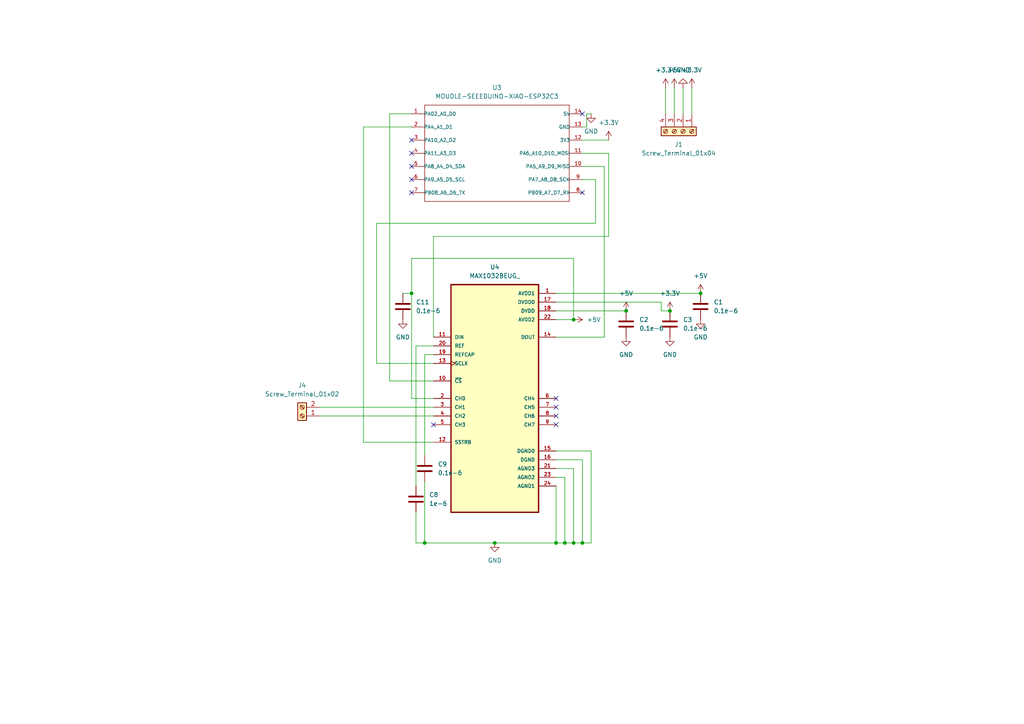
<source format=kicad_sch>
(kicad_sch (version 20250114) (generator "eeschema") (generator_version "9.0")
  (paper "A4")
  (lib_symbols
    (symbol "Connector:Screw_Terminal_01x02" (pin_names (offset 1.016) (hide yes))
      (property "Reference" "J" (at 0 2.54 0))
      (property "Value" "Screw_Terminal_01x02" (at 0 -5.08 0))
      (symbol "Screw_Terminal_01x02_1_1"
        (rectangle (start -1.27 1.27) (end 1.27 -3.81) (stroke (width 0.254)) (fill (type background)))
        (polyline (pts (xy -0.5334 0.3302) (xy 0.3302 -0.508)) (stroke (width 0.1524)))
        (polyline (pts (xy -0.5334 -2.2098) (xy 0.3302 -3.048)) (stroke (width 0.1524)))
        (polyline (pts (xy -0.3556 0.508) (xy 0.508 -0.3302)) (stroke (width 0.1524)))
        (polyline (pts (xy -0.3556 -2.032) (xy 0.508 -2.8702)) (stroke (width 0.1524)))
        (circle (center 0 0) (radius 0.635) (stroke (width 0.1524)))
        (circle (center 0 -2.54) (radius 0.635) (stroke (width 0.1524)))
        (pin passive line (at -5.08 0 0) (length 3.81) (name "Pin_1") (number "1"))
        (pin passive line (at -5.08 -2.54 0) (length 3.81) (name "Pin_2") (number "2"))
      )
    )
    (symbol "Connector:Screw_Terminal_01x04" (pin_names (offset 1.016) (hide yes))
      (property "Reference" "J" (at 0 5.08 0))
      (property "Value" "Screw_Terminal_01x04" (at 0 -7.62 0))
      (symbol "Screw_Terminal_01x04_1_1"
        (rectangle (start -1.27 3.81) (end 1.27 -6.35) (stroke (width 0.254)) (fill (type background)))
        (polyline (pts (xy -0.5334 2.8702) (xy 0.3302 2.032)) (stroke (width 0.1524)))
        (polyline (pts (xy -0.5334 0.3302) (xy 0.3302 -0.508)) (stroke (width 0.1524)))
        (polyline (pts (xy -0.5334 -2.2098) (xy 0.3302 -3.048)) (stroke (width 0.1524)))
        (polyline (pts (xy -0.5334 -4.7498) (xy 0.3302 -5.588)) (stroke (width 0.1524)))
        (polyline (pts (xy -0.3556 3.048) (xy 0.508 2.2098)) (stroke (width 0.1524)))
        (polyline (pts (xy -0.3556 0.508) (xy 0.508 -0.3302)) (stroke (width 0.1524)))
        (polyline (pts (xy -0.3556 -2.032) (xy 0.508 -2.8702)) (stroke (width 0.1524)))
        (polyline (pts (xy -0.3556 -4.572) (xy 0.508 -5.4102)) (stroke (width 0.1524)))
        (circle (center 0 2.54) (radius 0.635) (stroke (width 0.1524)))
        (circle (center 0 0) (radius 0.635) (stroke (width 0.1524)))
        (circle (center 0 -2.54) (radius 0.635) (stroke (width 0.1524)))
        (circle (center 0 -5.08) (radius 0.635) (stroke (width 0.1524)))
        (pin passive line (at -5.08 2.54 0) (length 3.81) (name "Pin_1") (number "1"))
        (pin passive line (at -5.08 0 0) (length 3.81) (name "Pin_2") (number "2"))
        (pin passive line (at -5.08 -2.54 0) (length 3.81) (name "Pin_3") (number "3"))
        (pin passive line (at -5.08 -5.08 0) (length 3.81) (name "Pin_4") (number "4"))
      )
    )
    (symbol "Device:C" (pin_numbers (hide yes)) (pin_names (offset 0.254))
      (property "Reference" "C" (at 0.635 2.54 0))
      (property "Value" "C" (at 0.635 -2.54 0))
      (symbol "C_0_1"
        (polyline (pts (xy -2.032 0.762) (xy 2.032 0.762)) (stroke (width 0.508)))
        (polyline (pts (xy -2.032 -0.762) (xy 2.032 -0.762)) (stroke (width 0.508)))
      )
      (symbol "C_1_1"
        (pin passive line (at 0 3.81 270) (length 2.794) (name "~") (number "1"))
        (pin passive line (at 0 -3.81 90) (length 2.794) (name "~") (number "2"))
      )
    )
    (symbol "GND_1" (power) (pin_numbers (hide yes)) (pin_names (offset 0) (hide yes))
      (property "Value" "GND" (at 0 -3.81 0))
      (symbol "GND_1_0_1"
        (polyline (pts (xy 0 0) (xy 0 -1.27) (xy 1.27 -1.27) (xy 0 -2.54) (xy -1.27 -1.27) (xy 0 -1.27)))
      )
      (symbol "GND_1_1_1"
        (pin power_in line (at 0 0 270) (length 0) (name "~") (number "1"))
      )
    )
    (symbol "GND_2" (power) (pin_numbers (hide yes)) (pin_names (offset 0) (hide yes))
      (property "Value" "GND" (at 0 -3.81 0))
      (symbol "GND_2_0_1"
        (polyline (pts (xy 0 0) (xy 0 -1.27) (xy 1.27 -1.27) (xy 0 -2.54) (xy -1.27 -1.27) (xy 0 -1.27)))
      )
      (symbol "GND_2_1_1"
        (pin power_in line (at 0 0 270) (length 0) (name "~") (number "1"))
      )
    )
    (symbol "MAX1032:MAX1032BEUG_" (pin_names (offset 1.016))
      (property "Reference" "U" (at -12.7 34.02 0))
      (property "Value" "MAX1032BEUG_" (at -12.7 -37.02 0))
      (symbol "MAX1032BEUG__0_0"
        (rectangle (start -12.7 -33.02) (end 12.7 33.02) (stroke (width 0.41)) (fill (type background)))
        (pin input line (at -17.78 17.78 0) (length 5.08) (name "DIN") (number "11"))
        (pin input line (at -17.78 15.24 0) (length 5.08) (name "REF") (number "20"))
        (pin input line (at -17.78 12.7 0) (length 5.08) (name "REFCAP") (number "19"))
        (pin input clock (at -17.78 10.16 0) (length 5.08) (name "SCLK") (number "13"))
        (pin bidirectional line (at -17.78 5.08 0) (length 5.08) (name "~{CS}") (number "10"))
        (pin bidirectional line (at -17.78 0 0) (length 5.08) (name "CH0") (number "2"))
        (pin bidirectional line (at -17.78 -2.54 0) (length 5.08) (name "CH1") (number "3"))
        (pin bidirectional line (at -17.78 -5.08 0) (length 5.08) (name "CH2") (number "4"))
        (pin bidirectional line (at -17.78 -7.62 0) (length 5.08) (name "CH3") (number "5"))
        (pin bidirectional line (at -17.78 -12.7 0) (length 5.08) (name "SSTRB") (number "12"))
        (pin power_in line (at 17.78 30.48 180) (length 5.08) (name "AVDD1") (number "1"))
        (pin power_in line (at 17.78 27.94 180) (length 5.08) (name "DVDD0") (number "17"))
        (pin power_in line (at 17.78 25.4 180) (length 5.08) (name "DVDD") (number "18"))
        (pin power_in line (at 17.78 22.86 180) (length 5.08) (name "AVDD2") (number "22"))
        (pin output line (at 17.78 17.78 180) (length 5.08) (name "DOUT") (number "14"))
        (pin bidirectional line (at 17.78 0 180) (length 5.08) (name "CH4") (number "6"))
        (pin bidirectional line (at 17.78 -2.54 180) (length 5.08) (name "CH5") (number "7"))
        (pin bidirectional line (at 17.78 -5.08 180) (length 5.08) (name "CH6") (number "8"))
        (pin bidirectional line (at 17.78 -7.62 180) (length 5.08) (name "CH7") (number "9"))
        (pin power_in line (at 17.78 -15.24 180) (length 5.08) (name "DGND0") (number "15"))
        (pin power_in line (at 17.78 -17.78 180) (length 5.08) (name "DGND") (number "16"))
        (pin power_in line (at 17.78 -20.32 180) (length 5.08) (name "AGND3") (number "21"))
        (pin power_in line (at 17.78 -22.86 180) (length 5.08) (name "AGND2") (number "23"))
        (pin power_in line (at 17.78 -25.4 180) (length 5.08) (name "AGND1") (number "24"))
      )
    )
    (symbol "XIAO-ESP32C3:MOUDLE-SEEEDUINO-XIAO-ESP32C3" (pin_names (offset 1.016))
      (property "Reference" "U" (at -21.59 15.24 0))
      (property "Value" "MOUDLE-SEEEDUINO-XIAO-ESP32C3" (at -21.59 13.97 0))
      (symbol "MOUDLE-SEEEDUINO-XIAO-ESP32C3_0_0"
        (polyline (pts (xy -21.59 13.97) (xy 20.32 13.97)) (stroke (width 0.1524)))
        (polyline (pts (xy -21.59 11.43) (xy -22.86 11.43)) (stroke (width 0.1524)))
        (polyline (pts (xy -21.59 11.43) (xy -21.59 13.97)) (stroke (width 0.1524)))
        (polyline (pts (xy -21.59 7.62) (xy -22.86 7.62)) (stroke (width 0.1524)))
        (polyline (pts (xy -21.59 7.62) (xy -21.59 11.43)) (stroke (width 0.1524)))
        (polyline (pts (xy -21.59 3.81) (xy -22.86 3.81)) (stroke (width 0.1524)))
        (polyline (pts (xy -21.59 3.81) (xy -21.59 7.62)) (stroke (width 0.1524)))
        (polyline (pts (xy -21.59 0) (xy -22.86 0)) (stroke (width 0.1524)))
        (polyline (pts (xy -21.59 0) (xy -21.59 3.81)) (stroke (width 0.1524)))
        (polyline (pts (xy -21.59 -3.81) (xy -22.86 -3.81)) (stroke (width 0.1524)))
        (polyline (pts (xy -21.59 -7.62) (xy -22.86 -7.62)) (stroke (width 0.1524)))
        (polyline (pts (xy -21.59 -11.43) (xy -22.86 -11.43)) (stroke (width 0.1524)))
        (polyline (pts (xy -21.59 -13.97) (xy -21.59 0)) (stroke (width 0.1524)))
        (polyline (pts (xy 20.32 13.97) (xy 20.32 11.43)) (stroke (width 0.1524)))
        (polyline (pts (xy 20.32 11.43) (xy 20.32 7.62)) (stroke (width 0.1524)))
        (polyline (pts (xy 20.32 7.62) (xy 20.32 3.81)) (stroke (width 0.1524)))
        (polyline (pts (xy 20.32 3.81) (xy 20.32 -13.97)) (stroke (width 0.1524)))
        (polyline (pts (xy 20.32 -13.97) (xy -21.59 -13.97)) (stroke (width 0.1524)))
        (polyline (pts (xy 21.59 11.43) (xy 20.32 11.43)) (stroke (width 0.1524)))
        (polyline (pts (xy 21.59 7.62) (xy 20.32 7.62)) (stroke (width 0.1524)))
        (polyline (pts (xy 21.59 3.81) (xy 20.32 3.81)) (stroke (width 0.1524)))
        (polyline (pts (xy 21.59 0) (xy 20.32 0)) (stroke (width 0.1524)))
        (polyline (pts (xy 21.59 -3.81) (xy 20.32 -3.81)) (stroke (width 0.1524)))
        (polyline (pts (xy 21.59 -7.62) (xy 20.32 -7.62)) (stroke (width 0.1524)))
        (polyline (pts (xy 21.59 -11.43) (xy 20.32 -11.43)) (stroke (width 0.1524)))
        (pin bidirectional line (at -25.4 11.43 0) (length 2.54) (name "PA02_A0_D0") (number "1"))
        (pin bidirectional line (at -25.4 7.62 0) (length 2.54) (name "PA4_A1_D1") (number "2"))
        (pin bidirectional line (at -25.4 3.81 0) (length 2.54) (name "PA10_A2_D2") (number "3"))
        (pin bidirectional line (at -25.4 0 0) (length 2.54) (name "PA11_A3_D3") (number "4"))
        (pin bidirectional line (at -25.4 -3.81 0) (length 2.54) (name "PA8_A4_D4_SDA") (number "5"))
        (pin bidirectional line (at -25.4 -7.62 0) (length 2.54) (name "PA9_A5_D5_SCL") (number "6"))
        (pin bidirectional line (at -25.4 -11.43 0) (length 2.54) (name "PB08_A6_D6_TX") (number "7"))
        (pin bidirectional line (at 24.13 11.43 180) (length 2.54) (name "5V") (number "14"))
        (pin bidirectional line (at 24.13 7.62 180) (length 2.54) (name "GND") (number "13"))
        (pin bidirectional line (at 24.13 3.81 180) (length 2.54) (name "3V3") (number "12"))
        (pin bidirectional line (at 24.13 0 180) (length 2.54) (name "PA6_A10_D10_MOSI") (number "11"))
        (pin bidirectional line (at 24.13 -3.81 180) (length 2.54) (name "PA5_A9_D9_MISO") (number "10"))
        (pin bidirectional line (at 24.13 -7.62 180) (length 2.54) (name "PA7_A8_D8_SCK") (number "9"))
        (pin bidirectional line (at 24.13 -11.43 180) (length 2.54) (name "PB09_A7_D7_RX") (number "8"))
      )
    )
    (symbol "power:+3.3V" (power) (pin_numbers (hide yes)) (pin_names (offset 0) (hide yes))
      (property "Value" "+3.3V" (at 0 3.556 0))
      (symbol "+3.3V_0_1"
        (polyline (pts (xy -0.762 1.27) (xy 0 2.54)))
        (polyline (pts (xy 0 2.54) (xy 0.762 1.27)))
        (polyline (pts (xy 0 0) (xy 0 2.54)))
      )
      (symbol "+3.3V_1_1"
        (pin power_in line (at 0 0 90) (length 0) (name "~") (number "1"))
      )
    )
    (symbol "power:+5V" (power) (pin_numbers (hide yes)) (pin_names (offset 0) (hide yes))
      (property "Value" "+5V" (at 0 3.556 0))
      (symbol "+5V_0_1"
        (polyline (pts (xy -0.762 1.27) (xy 0 2.54)))
        (polyline (pts (xy 0 2.54) (xy 0.762 1.27)))
        (polyline (pts (xy 0 0) (xy 0 2.54)))
      )
      (symbol "+5V_1_1"
        (pin power_in line (at 0 0 90) (length 0) (name "~") (number "1"))
      )
    )
    (symbol "power:GND" (power) (pin_names (offset 0))
      (property "Value" "GND" (at 0 -3.81 0))
      (symbol "GND_0_1"
        (polyline (pts (xy 0 0) (xy 0 -1.27) (xy 1.27 -1.27) (xy 0 -2.54) (xy -1.27 -1.27) (xy 0 -1.27)))
      )
      (symbol "GND_1_1"
        (pin power_in line (at 0 0 270) (length 0) (hide yes) (name "GND") (number "1"))
      )
    )
  )
  (junction (at 161.29 157.48))
  (junction (at 168.91 157.48))
  (junction (at 123.19 157.48))
  (junction (at 143.51 157.48))
  (junction (at 203.2 85.09))
  (junction (at 166.37 92.71))
  (junction (at 166.37 157.48))
  (junction (at 163.83 157.48))
  (junction (at 194.31 90.17))
  (junction (at 181.61 90.17))
  (junction (at 119.38 85.09))
  (no_connect (at 168.91 55.88))
  (no_connect (at 161.29 115.57))
  (no_connect (at 119.38 40.64))
  (no_connect (at 119.38 48.26))
  (no_connect (at 119.38 55.88))
  (no_connect (at 161.29 118.11))
  (no_connect (at 161.29 123.19))
  (no_connect (at 168.91 33.02))
  (no_connect (at 161.29 120.65))
  (no_connect (at 119.38 44.45))
  (no_connect (at 119.38 52.07))
  (no_connect (at 125.73 123.19))
  (wire (pts (xy 125.73 115.57) (xy 119.38 115.57)))
  (wire (pts (xy 161.29 87.63) (xy 191.77 87.63)))
  (wire (pts (xy 125.73 128.27) (xy 105.41 128.27)))
  (wire (pts (xy 125.73 102.87) (xy 123.19 102.87)))
  (wire (pts (xy 163.83 138.43) (xy 163.83 157.48)))
  (wire (pts (xy 172.72 52.07) (xy 168.91 52.07)))
  (wire (pts (xy 119.38 85.09) (xy 116.84 85.09)))
  (wire (pts (xy 109.22 105.41) (xy 109.22 64.77)))
  (wire (pts (xy 113.03 110.49) (xy 113.03 33.02)))
  (wire (pts (xy 113.03 33.02) (xy 119.38 33.02)))
  (wire (pts (xy 125.73 105.41) (xy 109.22 105.41)))
  (wire (pts (xy 191.77 90.17) (xy 194.31 90.17)))
  (wire (pts (xy 161.29 138.43) (xy 163.83 138.43)))
  (wire (pts (xy 125.73 68.58) (xy 176.53 68.58)))
  (wire (pts (xy 125.73 120.65) (xy 92.71 120.65)))
  (wire (pts (xy 166.37 74.93) (xy 166.37 92.71)))
  (wire (pts (xy 161.29 97.79) (xy 175.26 97.79)))
  (wire (pts (xy 168.91 157.48) (xy 171.45 157.48)))
  (wire (pts (xy 170.18 36.83) (xy 168.91 36.83)))
  (wire (pts (xy 119.38 115.57) (xy 119.38 85.09)))
  (wire (pts (xy 125.73 110.49) (xy 113.03 110.49)))
  (wire (pts (xy 175.26 48.26) (xy 175.26 97.79)))
  (wire (pts (xy 125.73 97.79) (xy 125.73 68.58)))
  (wire (pts (xy 200.66 25.4) (xy 200.66 33.02)))
  (wire (pts (xy 120.65 157.48) (xy 123.19 157.48)))
  (wire (pts (xy 195.58 25.4) (xy 195.58 33.02)))
  (wire (pts (xy 161.29 140.97) (xy 161.29 157.48)))
  (wire (pts (xy 168.91 133.35) (xy 168.91 157.48)))
  (wire (pts (xy 193.04 25.4) (xy 193.04 33.02)))
  (wire (pts (xy 161.29 92.71) (xy 166.37 92.71)))
  (wire (pts (xy 168.91 40.64) (xy 176.53 40.64)))
  (wire (pts (xy 161.29 90.17) (xy 181.61 90.17)))
  (wire (pts (xy 123.19 102.87) (xy 123.19 132.08)))
  (wire (pts (xy 120.65 148.59) (xy 120.65 157.48)))
  (wire (pts (xy 170.18 33.02) (xy 170.18 36.83)))
  (wire (pts (xy 125.73 118.11) (xy 92.71 118.11)))
  (wire (pts (xy 105.41 36.83) (xy 119.38 36.83)))
  (wire (pts (xy 172.72 64.77) (xy 172.72 52.07)))
  (wire (pts (xy 105.41 128.27) (xy 105.41 36.83)))
  (wire (pts (xy 161.29 130.81) (xy 171.45 130.81)))
  (wire (pts (xy 161.29 85.09) (xy 203.2 85.09)))
  (wire (pts (xy 170.18 33.02) (xy 171.45 33.02)))
  (wire (pts (xy 120.65 100.33) (xy 120.65 140.97)))
  (wire (pts (xy 176.53 68.58) (xy 176.53 44.45)))
  (wire (pts (xy 123.19 139.7) (xy 123.19 157.48)))
  (wire (pts (xy 166.37 135.89) (xy 166.37 157.48)))
  (wire (pts (xy 125.73 100.33) (xy 120.65 100.33)))
  (wire (pts (xy 161.29 157.48) (xy 143.51 157.48)))
  (wire (pts (xy 171.45 130.81) (xy 171.45 157.48)))
  (wire (pts (xy 163.83 157.48) (xy 161.29 157.48)))
  (wire (pts (xy 168.91 48.26) (xy 175.26 48.26)))
  (wire (pts (xy 166.37 157.48) (xy 168.91 157.48)))
  (wire (pts (xy 161.29 133.35) (xy 168.91 133.35)))
  (wire (pts (xy 166.37 157.48) (xy 163.83 157.48)))
  (wire (pts (xy 191.77 87.63) (xy 191.77 90.17)))
  (wire (pts (xy 123.19 157.48) (xy 143.51 157.48)))
  (wire (pts (xy 176.53 44.45) (xy 168.91 44.45)))
  (wire (pts (xy 161.29 135.89) (xy 166.37 135.89)))
  (wire (pts (xy 109.22 64.77) (xy 172.72 64.77)))
  (wire (pts (xy 198.12 25.4) (xy 198.12 33.02)))
  (wire (pts (xy 119.38 74.93) (xy 166.37 74.93)))
  (wire (pts (xy 119.38 85.09) (xy 119.38 74.93)))
  (symbol (lib_id "MAX1032:MAX1032BEUG_") (at 143.51 115.57 0) (unit 1)
    (property "Reference" "U4" (at 143.51 77.47 0))
    (property "Value" "MAX1032BEUG_" (at 143.51 80.01 0))
    (property "Footprint" "Max1032:SOP65P640X110-24N" (effects (hide yes)))
    (property "Datasheet" "https://www.analog.com/media/en/technical-documentation/data-sheets/max1032-max1033.pdf" (effects (hide yes)))
    (property "MF" "Analog Devices" (effects (hide yes)))
    (property "Description_1" "8- and 4-Channel, ±3 x VREF Multirange Inputs, Serial 14-Bit ADCs" (effects (hide yes)))
    (property "Package" "TSSOP-24 Maxim" (effects (hide yes)))
    (property "Price" "None" (effects (hide yes)))
    (property "SnapEDA_Link" "https://www.snapeda.com/parts/MAX1032BEUG+/Analog+Devices/view-part/?ref=snap" (effects (hide yes)))
    (property "MP" "MAX1032BEUG+" (effects (hide yes)))
    (property "Availability" "In Stock" (effects (hide yes)))
    (property "Check_prices" "https://www.snapeda.com/parts/MAX1032BEUG+/Analog+Devices/view-part/?ref=eda" (effects (hide yes)))
  )
  (symbol (lib_id "Device:C") (at 181.61 93.98 0) (unit 1)
    (property "Reference" "C2" (at 185.42 92.7099 0) (effects (justify left)))
    (property "Value" "0.1e-6" (at 185.42 95.2499 0) (effects (justify left)))
    (property "Footprint" "Capacitor_SMD:C_1206_3216Metric_Pad1.33x1.80mm_HandSolder" (effects (hide yes)))
  )
  (symbol (lib_id "power:GND") (at 194.31 97.79 0) (unit 1)
    (property "Reference" "#PWR011" (effects (hide yes)))
    (property "Value" "GND" (at 194.31 102.87 0))
  )
  (symbol (lib_name "GND_1") (lib_id "power:GND") (at 198.12 25.4 180) (unit 1)
    (property "Reference" "#PWR04" (effects (hide yes)))
    (property "Value" "GND" (at 198.12 20.32 0))
    (property "Description" "Power symbol creates a global label with name \"GND\" , ground" (effects (hide yes)))
  )
  (symbol (lib_id "power:GND") (at 181.61 97.79 0) (unit 1)
    (property "Reference" "#PWR09" (effects (hide yes)))
    (property "Value" "GND" (at 181.61 102.87 0))
  )
  (symbol (lib_id "Device:C") (at 120.65 144.78 180) (unit 1)
    (property "Reference" "C8" (at 124.46 143.5099 0) (effects (justify right)))
    (property "Value" "1e-6" (at 124.46 146.0499 0) (effects (justify right)))
    (property "Footprint" "Capacitor_SMD:C_1206_3216Metric_Pad1.33x1.80mm_HandSolder" (effects (hide yes)))
  )
  (symbol (lib_id "power:GND") (at 203.2 92.71 0) (unit 1)
    (property "Reference" "#PWR06" (effects (hide yes)))
    (property "Value" "GND" (at 203.2 97.79 0))
  )
  (symbol (lib_id "power:+3.3V") (at 176.53 40.64 0) (unit 1)
    (property "Reference" "#PWR025" (effects (hide yes)))
    (property "Value" "+3.3V" (at 176.53 35.56 0))
    (property "Description" "Power symbol creates a global label with name \"+3.3V\"" (effects (hide yes)))
  )
  (symbol (lib_id "power:+3.3V") (at 200.66 25.4 0) (unit 1)
    (property "Reference" "#PWR01" (effects (hide yes)))
    (property "Value" "+3.3V" (at 200.66 20.32 0))
    (property "Description" "Power symbol creates a global label with name \"+3.3V\"" (effects (hide yes)))
  )
  (symbol (lib_id "power:+5V") (at 203.2 85.09 0) (unit 1)
    (property "Reference" "#PWR05" (effects (hide yes)))
    (property "Value" "+5V" (at 203.2 80.01 0))
    (property "Description" "Power symbol creates a global label with name \"+5V\"" (effects (hide yes)))
  )
  (symbol (lib_id "power:+5V") (at 195.58 25.4 0) (unit 1)
    (property "Reference" "#PWR03" (effects (hide yes)))
    (property "Value" "+5V" (at 195.58 20.32 0))
    (property "Description" "Power symbol creates a global label with name \"+5V\"" (effects (hide yes)))
  )
  (symbol (lib_id "power:GND") (at 143.51 157.48 0) (unit 1)
    (property "Reference" "#PWR016" (effects (hide yes)))
    (property "Value" "GND" (at 143.51 162.56 0))
  )
  (symbol (lib_id "XIAO-ESP32C3:MOUDLE-SEEEDUINO-XIAO-ESP32C3") (at 144.78 44.45 0) (unit 1)
    (property "Reference" "U3" (at 144.145 25.4 0))
    (property "Value" "MOUDLE-SEEEDUINO-XIAO-ESP32C3" (at 144.145 27.94 0))
    (property "Footprint" "RF_Module:MCU_Seeed_ESP32C3" (effects (hide yes)))
    (property "Datasheet" "https://files.seeedstudio.com/wiki/XIAO/Seeed-Studio-XIAO-Series-SOM-Datasheet.pdf" (effects (hide yes)))
  )
  (symbol (lib_id "power:+3.3V") (at 193.04 25.4 0) (unit 1)
    (property "Reference" "#PWR02" (effects (hide yes)))
    (property "Value" "+3.3V" (at 193.04 20.32 0))
    (property "Description" "Power symbol creates a global label with name \"+3.3V\"" (effects (hide yes)))
  )
  (symbol (lib_id "Device:C") (at 203.2 88.9 0) (unit 1)
    (property "Reference" "C1" (at 207.01 87.6299 0) (effects (justify left)))
    (property "Value" "0.1e-6" (at 207.01 90.1699 0) (effects (justify left)))
    (property "Footprint" "Capacitor_SMD:C_1206_3216Metric_Pad1.33x1.80mm_HandSolder" (effects (hide yes)))
  )
  (symbol (lib_id "Device:C") (at 116.84 88.9 0) (unit 1)
    (property "Reference" "C11" (at 120.65 87.6299 0) (effects (justify left)))
    (property "Value" "0.1e-6" (at 120.65 90.1699 0) (effects (justify left)))
    (property "Footprint" "Capacitor_SMD:C_1206_3216Metric_Pad1.33x1.80mm_HandSolder" (effects (hide yes)))
  )
  (symbol (lib_name "GND_2") (lib_id "power:GND") (at 171.45 33.02 0) (unit 1)
    (property "Reference" "#PWR07" (effects (hide yes)))
    (property "Value" "GND" (at 171.45 38.1 0))
    (property "Description" "Power symbol creates a global label with name \"GND\" , ground" (effects (hide yes)))
  )
  (symbol (lib_id "Connector:Screw_Terminal_01x02") (at 87.63 120.65 180) (unit 1)
    (property "Reference" "J4" (at 87.63 111.76 0))
    (property "Value" "Screw_Terminal_01x02" (at 87.63 114.3 0))
    (property "Footprint" "TerminalBlock_Phoenix:TerminalBlock_Phoenix_MPT-0,5-2-2.54_1x02_P2.54mm_Horizontal" (effects (hide yes)))
    (property "Description" "Generic screw terminal, single row, 01x02, script generated (kicad-library-utils/schlib/autogen/connector/)" (effects (hide yes)))
  )
  (symbol (lib_id "power:+5V") (at 166.37 92.71 270) (unit 1)
    (property "Reference" "#PWR021" (effects (hide yes)))
    (property "Value" "+5V" (at 170.18 92.7099 90) (effects (justify left)))
    (property "Description" "Power symbol creates a global label with name \"+5V\"" (effects (hide yes)))
  )
  (symbol (lib_id "power:GND") (at 116.84 92.71 0) (unit 1)
    (property "Reference" "#PWR018" (effects (hide yes)))
    (property "Value" "GND" (at 116.84 97.79 0))
  )
  (symbol (lib_id "Device:C") (at 194.31 93.98 0) (unit 1)
    (property "Reference" "C3" (at 198.12 92.7099 0) (effects (justify left)))
    (property "Value" "0.1e-6" (at 198.12 95.2499 0) (effects (justify left)))
    (property "Footprint" "Capacitor_SMD:C_1206_3216Metric_Pad1.33x1.80mm_HandSolder" (effects (hide yes)))
  )
  (symbol (lib_id "Connector:Screw_Terminal_01x04") (at 198.12 38.1 270) (unit 1)
    (property "Reference" "J1" (at 196.85 41.91 90))
    (property "Value" "Screw_Terminal_01x04" (at 196.85 44.45 90))
    (property "Footprint" "TerminalBlock_Phoenix:TerminalBlock_Phoenix_MPT-0,5-4-2.54_1x04_P2.54mm_Horizontal" (effects (hide yes)))
    (property "Description" "Generic screw terminal, single row, 01x04, script generated (kicad-library-utils/schlib/autogen/connector/)" (effects (hide yes)))
  )
  (symbol (lib_id "power:+3.3V") (at 194.31 90.17 0) (unit 1)
    (property "Reference" "#PWR010" (effects (hide yes)))
    (property "Value" "+3.3V" (at 194.31 85.09 0))
    (property "Description" "Power symbol creates a global label with name \"+3.3V\"" (effects (hide yes)))
  )
  (symbol (lib_id "power:+5V") (at 181.61 90.17 0) (unit 1)
    (property "Reference" "#PWR08" (effects (hide yes)))
    (property "Value" "+5V" (at 181.61 85.09 0))
    (property "Description" "Power symbol creates a global label with name \"+5V\"" (effects (hide yes)))
  )
  (symbol (lib_id "Device:C") (at 123.19 135.89 180) (unit 1)
    (property "Reference" "C9" (at 127 134.6199 0) (effects (justify right)))
    (property "Value" "0.1e-6" (at 127 137.1599 0) (effects (justify right)))
    (property "Footprint" "Capacitor_SMD:C_1206_3216Metric_Pad1.33x1.80mm_HandSolder" (effects (hide yes)))
  )
)
</source>
